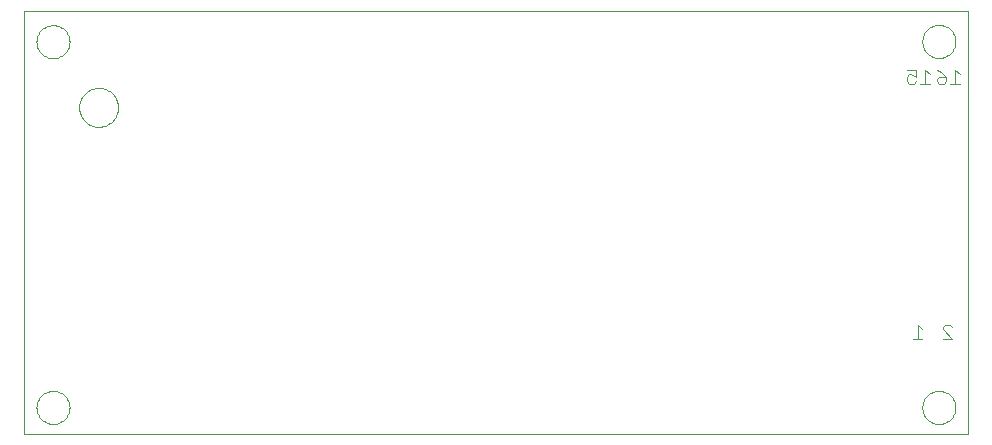
<source format=gbo>
G75*
%MOIN*%
%OFA0B0*%
%FSLAX24Y24*%
%IPPOS*%
%LPD*%
%AMOC8*
5,1,8,0,0,1.08239X$1,22.5*
%
%ADD10C,0.0000*%
%ADD11C,0.0040*%
D10*
X001150Y000844D02*
X001150Y014964D01*
X032642Y014964D01*
X032642Y000844D01*
X001150Y000844D01*
X001579Y001744D02*
X001581Y001791D01*
X001587Y001837D01*
X001597Y001883D01*
X001610Y001928D01*
X001628Y001971D01*
X001649Y002013D01*
X001673Y002053D01*
X001701Y002090D01*
X001732Y002125D01*
X001766Y002158D01*
X001802Y002187D01*
X001841Y002213D01*
X001882Y002236D01*
X001925Y002255D01*
X001969Y002271D01*
X002014Y002283D01*
X002060Y002291D01*
X002107Y002295D01*
X002153Y002295D01*
X002200Y002291D01*
X002246Y002283D01*
X002291Y002271D01*
X002335Y002255D01*
X002378Y002236D01*
X002419Y002213D01*
X002458Y002187D01*
X002494Y002158D01*
X002528Y002125D01*
X002559Y002090D01*
X002587Y002053D01*
X002611Y002013D01*
X002632Y001971D01*
X002650Y001928D01*
X002663Y001883D01*
X002673Y001837D01*
X002679Y001791D01*
X002681Y001744D01*
X002679Y001697D01*
X002673Y001651D01*
X002663Y001605D01*
X002650Y001560D01*
X002632Y001517D01*
X002611Y001475D01*
X002587Y001435D01*
X002559Y001398D01*
X002528Y001363D01*
X002494Y001330D01*
X002458Y001301D01*
X002419Y001275D01*
X002378Y001252D01*
X002335Y001233D01*
X002291Y001217D01*
X002246Y001205D01*
X002200Y001197D01*
X002153Y001193D01*
X002107Y001193D01*
X002060Y001197D01*
X002014Y001205D01*
X001969Y001217D01*
X001925Y001233D01*
X001882Y001252D01*
X001841Y001275D01*
X001802Y001301D01*
X001766Y001330D01*
X001732Y001363D01*
X001701Y001398D01*
X001673Y001435D01*
X001649Y001475D01*
X001628Y001517D01*
X001610Y001560D01*
X001597Y001605D01*
X001587Y001651D01*
X001581Y001697D01*
X001579Y001744D01*
X003000Y011744D02*
X003002Y011794D01*
X003008Y011844D01*
X003018Y011894D01*
X003031Y011942D01*
X003048Y011990D01*
X003069Y012036D01*
X003093Y012080D01*
X003121Y012122D01*
X003152Y012162D01*
X003186Y012199D01*
X003223Y012234D01*
X003262Y012265D01*
X003303Y012294D01*
X003347Y012319D01*
X003393Y012341D01*
X003440Y012359D01*
X003488Y012373D01*
X003537Y012384D01*
X003587Y012391D01*
X003637Y012394D01*
X003688Y012393D01*
X003738Y012388D01*
X003788Y012379D01*
X003836Y012367D01*
X003884Y012350D01*
X003930Y012330D01*
X003975Y012307D01*
X004018Y012280D01*
X004058Y012250D01*
X004096Y012217D01*
X004131Y012181D01*
X004164Y012142D01*
X004193Y012101D01*
X004219Y012058D01*
X004242Y012013D01*
X004261Y011966D01*
X004276Y011918D01*
X004288Y011869D01*
X004296Y011819D01*
X004300Y011769D01*
X004300Y011719D01*
X004296Y011669D01*
X004288Y011619D01*
X004276Y011570D01*
X004261Y011522D01*
X004242Y011475D01*
X004219Y011430D01*
X004193Y011387D01*
X004164Y011346D01*
X004131Y011307D01*
X004096Y011271D01*
X004058Y011238D01*
X004018Y011208D01*
X003975Y011181D01*
X003930Y011158D01*
X003884Y011138D01*
X003836Y011121D01*
X003788Y011109D01*
X003738Y011100D01*
X003688Y011095D01*
X003637Y011094D01*
X003587Y011097D01*
X003537Y011104D01*
X003488Y011115D01*
X003440Y011129D01*
X003393Y011147D01*
X003347Y011169D01*
X003303Y011194D01*
X003262Y011223D01*
X003223Y011254D01*
X003186Y011289D01*
X003152Y011326D01*
X003121Y011366D01*
X003093Y011408D01*
X003069Y011452D01*
X003048Y011498D01*
X003031Y011546D01*
X003018Y011594D01*
X003008Y011644D01*
X003002Y011694D01*
X003000Y011744D01*
X001579Y013934D02*
X001581Y013981D01*
X001587Y014027D01*
X001597Y014073D01*
X001610Y014118D01*
X001628Y014161D01*
X001649Y014203D01*
X001673Y014243D01*
X001701Y014280D01*
X001732Y014315D01*
X001766Y014348D01*
X001802Y014377D01*
X001841Y014403D01*
X001882Y014426D01*
X001925Y014445D01*
X001969Y014461D01*
X002014Y014473D01*
X002060Y014481D01*
X002107Y014485D01*
X002153Y014485D01*
X002200Y014481D01*
X002246Y014473D01*
X002291Y014461D01*
X002335Y014445D01*
X002378Y014426D01*
X002419Y014403D01*
X002458Y014377D01*
X002494Y014348D01*
X002528Y014315D01*
X002559Y014280D01*
X002587Y014243D01*
X002611Y014203D01*
X002632Y014161D01*
X002650Y014118D01*
X002663Y014073D01*
X002673Y014027D01*
X002679Y013981D01*
X002681Y013934D01*
X002679Y013887D01*
X002673Y013841D01*
X002663Y013795D01*
X002650Y013750D01*
X002632Y013707D01*
X002611Y013665D01*
X002587Y013625D01*
X002559Y013588D01*
X002528Y013553D01*
X002494Y013520D01*
X002458Y013491D01*
X002419Y013465D01*
X002378Y013442D01*
X002335Y013423D01*
X002291Y013407D01*
X002246Y013395D01*
X002200Y013387D01*
X002153Y013383D01*
X002107Y013383D01*
X002060Y013387D01*
X002014Y013395D01*
X001969Y013407D01*
X001925Y013423D01*
X001882Y013442D01*
X001841Y013465D01*
X001802Y013491D01*
X001766Y013520D01*
X001732Y013553D01*
X001701Y013588D01*
X001673Y013625D01*
X001649Y013665D01*
X001628Y013707D01*
X001610Y013750D01*
X001597Y013795D01*
X001587Y013841D01*
X001581Y013887D01*
X001579Y013934D01*
X031109Y013944D02*
X031111Y013991D01*
X031117Y014037D01*
X031127Y014083D01*
X031140Y014128D01*
X031158Y014171D01*
X031179Y014213D01*
X031203Y014253D01*
X031231Y014290D01*
X031262Y014325D01*
X031296Y014358D01*
X031332Y014387D01*
X031371Y014413D01*
X031412Y014436D01*
X031455Y014455D01*
X031499Y014471D01*
X031544Y014483D01*
X031590Y014491D01*
X031637Y014495D01*
X031683Y014495D01*
X031730Y014491D01*
X031776Y014483D01*
X031821Y014471D01*
X031865Y014455D01*
X031908Y014436D01*
X031949Y014413D01*
X031988Y014387D01*
X032024Y014358D01*
X032058Y014325D01*
X032089Y014290D01*
X032117Y014253D01*
X032141Y014213D01*
X032162Y014171D01*
X032180Y014128D01*
X032193Y014083D01*
X032203Y014037D01*
X032209Y013991D01*
X032211Y013944D01*
X032209Y013897D01*
X032203Y013851D01*
X032193Y013805D01*
X032180Y013760D01*
X032162Y013717D01*
X032141Y013675D01*
X032117Y013635D01*
X032089Y013598D01*
X032058Y013563D01*
X032024Y013530D01*
X031988Y013501D01*
X031949Y013475D01*
X031908Y013452D01*
X031865Y013433D01*
X031821Y013417D01*
X031776Y013405D01*
X031730Y013397D01*
X031683Y013393D01*
X031637Y013393D01*
X031590Y013397D01*
X031544Y013405D01*
X031499Y013417D01*
X031455Y013433D01*
X031412Y013452D01*
X031371Y013475D01*
X031332Y013501D01*
X031296Y013530D01*
X031262Y013563D01*
X031231Y013598D01*
X031203Y013635D01*
X031179Y013675D01*
X031158Y013717D01*
X031140Y013760D01*
X031127Y013805D01*
X031117Y013851D01*
X031111Y013897D01*
X031109Y013944D01*
X031109Y001744D02*
X031111Y001791D01*
X031117Y001837D01*
X031127Y001883D01*
X031140Y001928D01*
X031158Y001971D01*
X031179Y002013D01*
X031203Y002053D01*
X031231Y002090D01*
X031262Y002125D01*
X031296Y002158D01*
X031332Y002187D01*
X031371Y002213D01*
X031412Y002236D01*
X031455Y002255D01*
X031499Y002271D01*
X031544Y002283D01*
X031590Y002291D01*
X031637Y002295D01*
X031683Y002295D01*
X031730Y002291D01*
X031776Y002283D01*
X031821Y002271D01*
X031865Y002255D01*
X031908Y002236D01*
X031949Y002213D01*
X031988Y002187D01*
X032024Y002158D01*
X032058Y002125D01*
X032089Y002090D01*
X032117Y002053D01*
X032141Y002013D01*
X032162Y001971D01*
X032180Y001928D01*
X032193Y001883D01*
X032203Y001837D01*
X032209Y001791D01*
X032211Y001744D01*
X032209Y001697D01*
X032203Y001651D01*
X032193Y001605D01*
X032180Y001560D01*
X032162Y001517D01*
X032141Y001475D01*
X032117Y001435D01*
X032089Y001398D01*
X032058Y001363D01*
X032024Y001330D01*
X031988Y001301D01*
X031949Y001275D01*
X031908Y001252D01*
X031865Y001233D01*
X031821Y001217D01*
X031776Y001205D01*
X031730Y001197D01*
X031683Y001193D01*
X031637Y001193D01*
X031590Y001197D01*
X031544Y001205D01*
X031499Y001217D01*
X031455Y001233D01*
X031412Y001252D01*
X031371Y001275D01*
X031332Y001301D01*
X031296Y001330D01*
X031262Y001363D01*
X031231Y001398D01*
X031203Y001435D01*
X031179Y001475D01*
X031158Y001517D01*
X031140Y001560D01*
X031127Y001605D01*
X031117Y001651D01*
X031111Y001697D01*
X031109Y001744D01*
D11*
X031100Y004034D02*
X030793Y004034D01*
X030947Y004034D02*
X030947Y004494D01*
X031100Y004341D01*
X031793Y004341D02*
X031793Y004418D01*
X031870Y004494D01*
X032023Y004494D01*
X032100Y004418D01*
X031793Y004341D02*
X032100Y004034D01*
X031793Y004034D01*
X031813Y012534D02*
X031659Y012534D01*
X031583Y012611D01*
X031583Y012687D01*
X031659Y012764D01*
X031890Y012764D01*
X031890Y012611D01*
X031813Y012534D01*
X032043Y012534D02*
X032350Y012534D01*
X032197Y012534D02*
X032197Y012994D01*
X032350Y012841D01*
X031890Y012764D02*
X031736Y012918D01*
X031583Y012994D01*
X031350Y012841D02*
X031197Y012994D01*
X031197Y012534D01*
X031350Y012534D02*
X031043Y012534D01*
X030890Y012611D02*
X030813Y012534D01*
X030659Y012534D01*
X030583Y012611D01*
X030583Y012764D01*
X030659Y012841D01*
X030736Y012841D01*
X030890Y012764D01*
X030890Y012994D01*
X030583Y012994D01*
M02*

</source>
